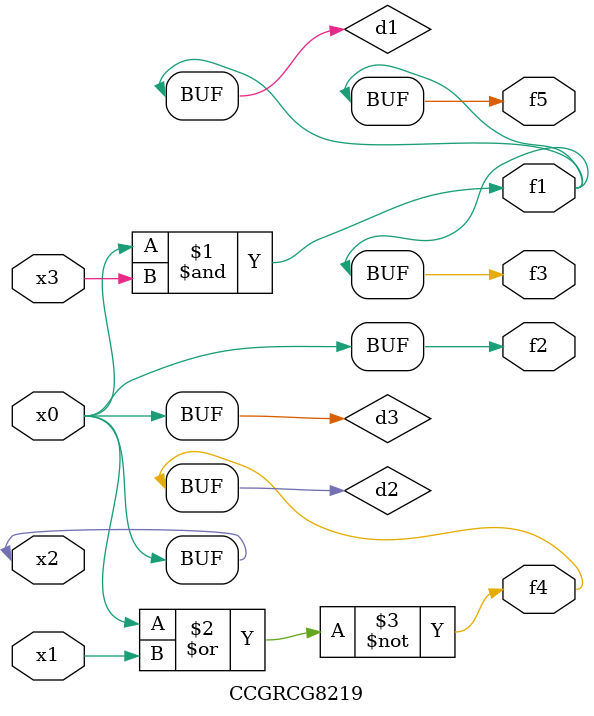
<source format=v>
module CCGRCG8219(
	input x0, x1, x2, x3,
	output f1, f2, f3, f4, f5
);

	wire d1, d2, d3;

	and (d1, x2, x3);
	nor (d2, x0, x1);
	buf (d3, x0, x2);
	assign f1 = d1;
	assign f2 = d3;
	assign f3 = d1;
	assign f4 = d2;
	assign f5 = d1;
endmodule

</source>
